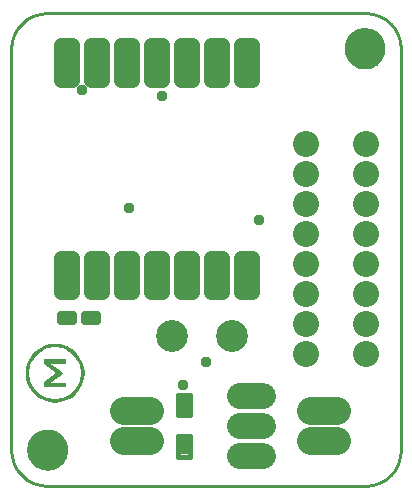
<source format=gts>
G04 EAGLE Gerber RS-274X export*
G75*
%MOMM*%
%FSLAX34Y34*%
%LPD*%
%INSolder Mask top*%
%IPPOS*%
%AMOC8*
5,1,8,0,0,1.08239X$1,22.5*%
G01*
%ADD10C,0.000000*%
%ADD11C,3.403200*%
%ADD12C,0.001000*%
%ADD13C,2.403200*%
%ADD14C,2.203200*%
%ADD15C,0.697853*%
%ADD16C,0.456691*%
%ADD17C,2.703200*%
%ADD18C,1.211759*%
%ADD19C,2.203200*%
%ADD20C,0.959600*%
%ADD21C,0.254000*%

G36*
X42030Y70752D02*
X42030Y70752D01*
X42030Y70753D01*
X42031Y70752D01*
X46713Y72203D01*
X46714Y72203D01*
X50952Y74498D01*
X54647Y77538D01*
X57699Y81222D01*
X57699Y81223D01*
X60008Y85452D01*
X60008Y85453D01*
X60009Y85453D01*
X61475Y90127D01*
X61475Y90128D01*
X61476Y90128D01*
X62000Y95348D01*
X62001Y95349D01*
X62000Y95349D01*
X62001Y95350D01*
X61476Y100371D01*
X61476Y100372D01*
X60010Y105047D01*
X60009Y105047D01*
X60009Y105048D01*
X57701Y109277D01*
X57700Y109278D01*
X54649Y112962D01*
X54648Y112962D01*
X54648Y112963D01*
X50953Y116002D01*
X50953Y116003D01*
X46714Y118297D01*
X42031Y119747D01*
X37004Y120253D01*
X37003Y120252D01*
X37003Y120253D01*
X31976Y119747D01*
X27293Y118297D01*
X27292Y118297D01*
X23053Y116003D01*
X23053Y116002D01*
X19357Y112963D01*
X19357Y112962D01*
X16305Y109278D01*
X16305Y109277D01*
X16304Y109277D01*
X13995Y105048D01*
X13995Y105047D01*
X12528Y100372D01*
X12528Y100371D01*
X12003Y95350D01*
X12004Y95349D01*
X12003Y95349D01*
X12528Y90128D01*
X12529Y90128D01*
X12529Y90127D01*
X13996Y85453D01*
X13996Y85452D01*
X16305Y81223D01*
X16306Y81223D01*
X16306Y81222D01*
X19358Y77538D01*
X19359Y77538D01*
X23054Y74498D01*
X23055Y74498D01*
X27293Y72203D01*
X27294Y72203D01*
X31976Y70752D01*
X31977Y70753D01*
X31977Y70752D01*
X37003Y70246D01*
X37004Y70246D01*
X42030Y70752D01*
G37*
%LPC*%
G36*
X34765Y73485D02*
X34765Y73485D01*
X32593Y73816D01*
X30496Y74355D01*
X28487Y75090D01*
X26575Y76011D01*
X24772Y77107D01*
X23087Y78366D01*
X21531Y79779D01*
X20126Y81326D01*
X18873Y83000D01*
X17782Y84792D01*
X16864Y86691D01*
X16129Y88686D01*
X15588Y90768D01*
X15251Y92926D01*
X15130Y95349D01*
X15129Y95350D01*
X15251Y97572D01*
X15587Y99730D01*
X16128Y101812D01*
X16863Y103808D01*
X17781Y105707D01*
X18873Y107499D01*
X20126Y109174D01*
X21531Y110720D01*
X23087Y112131D01*
X24772Y113390D01*
X26575Y114486D01*
X28487Y115407D01*
X30496Y116143D01*
X32593Y116682D01*
X34765Y117013D01*
X37004Y117126D01*
X39241Y117013D01*
X41413Y116682D01*
X43509Y116143D01*
X45518Y115407D01*
X47429Y114486D01*
X49232Y113390D01*
X50915Y112131D01*
X52469Y110720D01*
X53874Y109174D01*
X55128Y107499D01*
X56219Y105707D01*
X57138Y103808D01*
X57873Y101812D01*
X58415Y99730D01*
X58752Y97572D01*
X58874Y95350D01*
X58874Y95349D01*
X58751Y92926D01*
X58414Y90768D01*
X57872Y88686D01*
X57137Y86691D01*
X56218Y84792D01*
X55127Y83000D01*
X53874Y81326D01*
X52469Y79779D01*
X50915Y78366D01*
X49232Y77107D01*
X47429Y76011D01*
X45518Y75090D01*
X43509Y74355D01*
X41413Y73816D01*
X39241Y73485D01*
X37004Y73372D01*
X34765Y73485D01*
G37*
%LPD*%
G36*
X45858Y83558D02*
X45858Y83558D01*
X45904Y83560D01*
X45949Y83567D01*
X45992Y83577D01*
X45992Y83578D01*
X46033Y83593D01*
X46034Y83593D01*
X46073Y83612D01*
X46074Y83612D01*
X46111Y83635D01*
X46111Y83636D01*
X46147Y83662D01*
X46147Y83663D01*
X46147Y83662D01*
X46181Y83693D01*
X46210Y83726D01*
X46211Y83726D01*
X46237Y83762D01*
X46259Y83800D01*
X46278Y83840D01*
X46293Y83882D01*
X46304Y83925D01*
X46311Y83969D01*
X46310Y83969D01*
X46311Y83969D01*
X46313Y84013D01*
X46313Y86728D01*
X46311Y86774D01*
X46310Y86774D01*
X46311Y86774D01*
X46304Y86819D01*
X46293Y86862D01*
X46278Y86903D01*
X46278Y86904D01*
X46259Y86943D01*
X46237Y86980D01*
X46211Y87015D01*
X46210Y87015D01*
X46181Y87048D01*
X46147Y87081D01*
X46112Y87110D01*
X46111Y87110D01*
X46074Y87134D01*
X46073Y87134D01*
X46034Y87154D01*
X46033Y87154D01*
X45992Y87170D01*
X45949Y87181D01*
X45904Y87188D01*
X45858Y87191D01*
X45858Y87190D01*
X45857Y87191D01*
X33000Y87191D01*
X34307Y88143D01*
X43531Y94869D01*
X43575Y94902D01*
X43575Y94903D01*
X43576Y94903D01*
X43614Y94941D01*
X43614Y94942D01*
X43615Y94942D01*
X43648Y94984D01*
X43675Y95030D01*
X43675Y95031D01*
X43697Y95079D01*
X43713Y95130D01*
X43722Y95181D01*
X43722Y95182D01*
X43726Y95234D01*
X43722Y95289D01*
X43713Y95343D01*
X43713Y95344D01*
X43698Y95395D01*
X43697Y95395D01*
X43697Y95396D01*
X43676Y95445D01*
X43650Y95492D01*
X43649Y95492D01*
X43617Y95535D01*
X43580Y95574D01*
X43538Y95609D01*
X39604Y98502D01*
X38293Y99466D01*
X33058Y103315D01*
X45857Y103315D01*
X45858Y103315D01*
X45904Y103317D01*
X45904Y103318D01*
X45904Y103317D01*
X45949Y103324D01*
X45992Y103334D01*
X45992Y103335D01*
X45992Y103334D01*
X46033Y103350D01*
X46034Y103350D01*
X46073Y103369D01*
X46074Y103369D01*
X46111Y103393D01*
X46112Y103393D01*
X46147Y103421D01*
X46147Y103422D01*
X46181Y103454D01*
X46210Y103487D01*
X46211Y103487D01*
X46237Y103523D01*
X46259Y103561D01*
X46278Y103601D01*
X46293Y103643D01*
X46304Y103686D01*
X46311Y103730D01*
X46310Y103730D01*
X46311Y103730D01*
X46313Y103774D01*
X46313Y106482D01*
X46311Y106529D01*
X46310Y106529D01*
X46311Y106529D01*
X46304Y106574D01*
X46304Y106575D01*
X46293Y106618D01*
X46293Y106619D01*
X46278Y106661D01*
X46278Y106662D01*
X46259Y106702D01*
X46237Y106740D01*
X46237Y106741D01*
X46211Y106776D01*
X46210Y106776D01*
X46181Y106809D01*
X46147Y106838D01*
X46147Y106839D01*
X46111Y106865D01*
X46074Y106887D01*
X46073Y106887D01*
X46034Y106906D01*
X46033Y106906D01*
X45992Y106921D01*
X45949Y106932D01*
X45904Y106939D01*
X45858Y106941D01*
X45857Y106941D01*
X28494Y106941D01*
X28337Y106926D01*
X28336Y106926D01*
X28188Y106882D01*
X28187Y106882D01*
X28052Y106812D01*
X28051Y106812D01*
X27932Y106718D01*
X27932Y106717D01*
X27931Y106717D01*
X27832Y106603D01*
X27832Y106602D01*
X27756Y106468D01*
X27756Y106467D01*
X27708Y106317D01*
X27708Y106316D01*
X27691Y106152D01*
X27691Y106151D01*
X27691Y103106D01*
X27694Y103052D01*
X27694Y103051D01*
X27703Y103000D01*
X27704Y102999D01*
X27719Y102949D01*
X27739Y102901D01*
X27740Y102900D01*
X27766Y102854D01*
X27796Y102811D01*
X27797Y102811D01*
X27832Y102771D01*
X27871Y102734D01*
X27872Y102734D01*
X38065Y95234D01*
X27872Y87772D01*
X27872Y87771D01*
X27871Y87771D01*
X27832Y87736D01*
X27832Y87735D01*
X27797Y87696D01*
X27796Y87696D01*
X27766Y87653D01*
X27740Y87607D01*
X27739Y87607D01*
X27719Y87559D01*
X27719Y87558D01*
X27704Y87508D01*
X27703Y87508D01*
X27694Y87456D01*
X27691Y87403D01*
X27691Y84351D01*
X27708Y84186D01*
X27708Y84185D01*
X27756Y84034D01*
X27832Y83899D01*
X27931Y83783D01*
X27932Y83783D01*
X27932Y83782D01*
X28051Y83688D01*
X28052Y83688D01*
X28187Y83617D01*
X28188Y83617D01*
X28336Y83573D01*
X28337Y83573D01*
X28494Y83558D01*
X45857Y83558D01*
X45858Y83558D01*
G37*
D10*
X283050Y370160D02*
X283055Y370553D01*
X283069Y370945D01*
X283093Y371337D01*
X283127Y371728D01*
X283170Y372119D01*
X283223Y372508D01*
X283286Y372895D01*
X283357Y373281D01*
X283439Y373666D01*
X283529Y374048D01*
X283630Y374427D01*
X283739Y374805D01*
X283858Y375179D01*
X283985Y375550D01*
X284122Y375918D01*
X284268Y376283D01*
X284423Y376644D01*
X284586Y377001D01*
X284758Y377354D01*
X284939Y377702D01*
X285129Y378046D01*
X285326Y378386D01*
X285532Y378720D01*
X285746Y379049D01*
X285969Y379373D01*
X286199Y379691D01*
X286436Y380004D01*
X286682Y380310D01*
X286935Y380611D01*
X287195Y380905D01*
X287462Y381193D01*
X287736Y381474D01*
X288017Y381748D01*
X288305Y382015D01*
X288599Y382275D01*
X288900Y382528D01*
X289206Y382774D01*
X289519Y383011D01*
X289837Y383241D01*
X290161Y383464D01*
X290490Y383678D01*
X290824Y383884D01*
X291164Y384081D01*
X291508Y384271D01*
X291856Y384452D01*
X292209Y384624D01*
X292566Y384787D01*
X292927Y384942D01*
X293292Y385088D01*
X293660Y385225D01*
X294031Y385352D01*
X294405Y385471D01*
X294783Y385580D01*
X295162Y385681D01*
X295544Y385771D01*
X295929Y385853D01*
X296315Y385924D01*
X296702Y385987D01*
X297091Y386040D01*
X297482Y386083D01*
X297873Y386117D01*
X298265Y386141D01*
X298657Y386155D01*
X299050Y386160D01*
X299443Y386155D01*
X299835Y386141D01*
X300227Y386117D01*
X300618Y386083D01*
X301009Y386040D01*
X301398Y385987D01*
X301785Y385924D01*
X302171Y385853D01*
X302556Y385771D01*
X302938Y385681D01*
X303317Y385580D01*
X303695Y385471D01*
X304069Y385352D01*
X304440Y385225D01*
X304808Y385088D01*
X305173Y384942D01*
X305534Y384787D01*
X305891Y384624D01*
X306244Y384452D01*
X306592Y384271D01*
X306936Y384081D01*
X307276Y383884D01*
X307610Y383678D01*
X307939Y383464D01*
X308263Y383241D01*
X308581Y383011D01*
X308894Y382774D01*
X309200Y382528D01*
X309501Y382275D01*
X309795Y382015D01*
X310083Y381748D01*
X310364Y381474D01*
X310638Y381193D01*
X310905Y380905D01*
X311165Y380611D01*
X311418Y380310D01*
X311664Y380004D01*
X311901Y379691D01*
X312131Y379373D01*
X312354Y379049D01*
X312568Y378720D01*
X312774Y378386D01*
X312971Y378046D01*
X313161Y377702D01*
X313342Y377354D01*
X313514Y377001D01*
X313677Y376644D01*
X313832Y376283D01*
X313978Y375918D01*
X314115Y375550D01*
X314242Y375179D01*
X314361Y374805D01*
X314470Y374427D01*
X314571Y374048D01*
X314661Y373666D01*
X314743Y373281D01*
X314814Y372895D01*
X314877Y372508D01*
X314930Y372119D01*
X314973Y371728D01*
X315007Y371337D01*
X315031Y370945D01*
X315045Y370553D01*
X315050Y370160D01*
X315045Y369767D01*
X315031Y369375D01*
X315007Y368983D01*
X314973Y368592D01*
X314930Y368201D01*
X314877Y367812D01*
X314814Y367425D01*
X314743Y367039D01*
X314661Y366654D01*
X314571Y366272D01*
X314470Y365893D01*
X314361Y365515D01*
X314242Y365141D01*
X314115Y364770D01*
X313978Y364402D01*
X313832Y364037D01*
X313677Y363676D01*
X313514Y363319D01*
X313342Y362966D01*
X313161Y362618D01*
X312971Y362274D01*
X312774Y361934D01*
X312568Y361600D01*
X312354Y361271D01*
X312131Y360947D01*
X311901Y360629D01*
X311664Y360316D01*
X311418Y360010D01*
X311165Y359709D01*
X310905Y359415D01*
X310638Y359127D01*
X310364Y358846D01*
X310083Y358572D01*
X309795Y358305D01*
X309501Y358045D01*
X309200Y357792D01*
X308894Y357546D01*
X308581Y357309D01*
X308263Y357079D01*
X307939Y356856D01*
X307610Y356642D01*
X307276Y356436D01*
X306936Y356239D01*
X306592Y356049D01*
X306244Y355868D01*
X305891Y355696D01*
X305534Y355533D01*
X305173Y355378D01*
X304808Y355232D01*
X304440Y355095D01*
X304069Y354968D01*
X303695Y354849D01*
X303317Y354740D01*
X302938Y354639D01*
X302556Y354549D01*
X302171Y354467D01*
X301785Y354396D01*
X301398Y354333D01*
X301009Y354280D01*
X300618Y354237D01*
X300227Y354203D01*
X299835Y354179D01*
X299443Y354165D01*
X299050Y354160D01*
X298657Y354165D01*
X298265Y354179D01*
X297873Y354203D01*
X297482Y354237D01*
X297091Y354280D01*
X296702Y354333D01*
X296315Y354396D01*
X295929Y354467D01*
X295544Y354549D01*
X295162Y354639D01*
X294783Y354740D01*
X294405Y354849D01*
X294031Y354968D01*
X293660Y355095D01*
X293292Y355232D01*
X292927Y355378D01*
X292566Y355533D01*
X292209Y355696D01*
X291856Y355868D01*
X291508Y356049D01*
X291164Y356239D01*
X290824Y356436D01*
X290490Y356642D01*
X290161Y356856D01*
X289837Y357079D01*
X289519Y357309D01*
X289206Y357546D01*
X288900Y357792D01*
X288599Y358045D01*
X288305Y358305D01*
X288017Y358572D01*
X287736Y358846D01*
X287462Y359127D01*
X287195Y359415D01*
X286935Y359709D01*
X286682Y360010D01*
X286436Y360316D01*
X286199Y360629D01*
X285969Y360947D01*
X285746Y361271D01*
X285532Y361600D01*
X285326Y361934D01*
X285129Y362274D01*
X284939Y362618D01*
X284758Y362966D01*
X284586Y363319D01*
X284423Y363676D01*
X284268Y364037D01*
X284122Y364402D01*
X283985Y364770D01*
X283858Y365141D01*
X283739Y365515D01*
X283630Y365893D01*
X283529Y366272D01*
X283439Y366654D01*
X283357Y367039D01*
X283286Y367425D01*
X283223Y367812D01*
X283170Y368201D01*
X283127Y368592D01*
X283093Y368983D01*
X283069Y369375D01*
X283055Y369767D01*
X283050Y370160D01*
D11*
X299050Y370160D03*
D10*
X14480Y30480D02*
X14485Y30873D01*
X14499Y31265D01*
X14523Y31657D01*
X14557Y32048D01*
X14600Y32439D01*
X14653Y32828D01*
X14716Y33215D01*
X14787Y33601D01*
X14869Y33986D01*
X14959Y34368D01*
X15060Y34747D01*
X15169Y35125D01*
X15288Y35499D01*
X15415Y35870D01*
X15552Y36238D01*
X15698Y36603D01*
X15853Y36964D01*
X16016Y37321D01*
X16188Y37674D01*
X16369Y38022D01*
X16559Y38366D01*
X16756Y38706D01*
X16962Y39040D01*
X17176Y39369D01*
X17399Y39693D01*
X17629Y40011D01*
X17866Y40324D01*
X18112Y40630D01*
X18365Y40931D01*
X18625Y41225D01*
X18892Y41513D01*
X19166Y41794D01*
X19447Y42068D01*
X19735Y42335D01*
X20029Y42595D01*
X20330Y42848D01*
X20636Y43094D01*
X20949Y43331D01*
X21267Y43561D01*
X21591Y43784D01*
X21920Y43998D01*
X22254Y44204D01*
X22594Y44401D01*
X22938Y44591D01*
X23286Y44772D01*
X23639Y44944D01*
X23996Y45107D01*
X24357Y45262D01*
X24722Y45408D01*
X25090Y45545D01*
X25461Y45672D01*
X25835Y45791D01*
X26213Y45900D01*
X26592Y46001D01*
X26974Y46091D01*
X27359Y46173D01*
X27745Y46244D01*
X28132Y46307D01*
X28521Y46360D01*
X28912Y46403D01*
X29303Y46437D01*
X29695Y46461D01*
X30087Y46475D01*
X30480Y46480D01*
X30873Y46475D01*
X31265Y46461D01*
X31657Y46437D01*
X32048Y46403D01*
X32439Y46360D01*
X32828Y46307D01*
X33215Y46244D01*
X33601Y46173D01*
X33986Y46091D01*
X34368Y46001D01*
X34747Y45900D01*
X35125Y45791D01*
X35499Y45672D01*
X35870Y45545D01*
X36238Y45408D01*
X36603Y45262D01*
X36964Y45107D01*
X37321Y44944D01*
X37674Y44772D01*
X38022Y44591D01*
X38366Y44401D01*
X38706Y44204D01*
X39040Y43998D01*
X39369Y43784D01*
X39693Y43561D01*
X40011Y43331D01*
X40324Y43094D01*
X40630Y42848D01*
X40931Y42595D01*
X41225Y42335D01*
X41513Y42068D01*
X41794Y41794D01*
X42068Y41513D01*
X42335Y41225D01*
X42595Y40931D01*
X42848Y40630D01*
X43094Y40324D01*
X43331Y40011D01*
X43561Y39693D01*
X43784Y39369D01*
X43998Y39040D01*
X44204Y38706D01*
X44401Y38366D01*
X44591Y38022D01*
X44772Y37674D01*
X44944Y37321D01*
X45107Y36964D01*
X45262Y36603D01*
X45408Y36238D01*
X45545Y35870D01*
X45672Y35499D01*
X45791Y35125D01*
X45900Y34747D01*
X46001Y34368D01*
X46091Y33986D01*
X46173Y33601D01*
X46244Y33215D01*
X46307Y32828D01*
X46360Y32439D01*
X46403Y32048D01*
X46437Y31657D01*
X46461Y31265D01*
X46475Y30873D01*
X46480Y30480D01*
X46475Y30087D01*
X46461Y29695D01*
X46437Y29303D01*
X46403Y28912D01*
X46360Y28521D01*
X46307Y28132D01*
X46244Y27745D01*
X46173Y27359D01*
X46091Y26974D01*
X46001Y26592D01*
X45900Y26213D01*
X45791Y25835D01*
X45672Y25461D01*
X45545Y25090D01*
X45408Y24722D01*
X45262Y24357D01*
X45107Y23996D01*
X44944Y23639D01*
X44772Y23286D01*
X44591Y22938D01*
X44401Y22594D01*
X44204Y22254D01*
X43998Y21920D01*
X43784Y21591D01*
X43561Y21267D01*
X43331Y20949D01*
X43094Y20636D01*
X42848Y20330D01*
X42595Y20029D01*
X42335Y19735D01*
X42068Y19447D01*
X41794Y19166D01*
X41513Y18892D01*
X41225Y18625D01*
X40931Y18365D01*
X40630Y18112D01*
X40324Y17866D01*
X40011Y17629D01*
X39693Y17399D01*
X39369Y17176D01*
X39040Y16962D01*
X38706Y16756D01*
X38366Y16559D01*
X38022Y16369D01*
X37674Y16188D01*
X37321Y16016D01*
X36964Y15853D01*
X36603Y15698D01*
X36238Y15552D01*
X35870Y15415D01*
X35499Y15288D01*
X35125Y15169D01*
X34747Y15060D01*
X34368Y14959D01*
X33986Y14869D01*
X33601Y14787D01*
X33215Y14716D01*
X32828Y14653D01*
X32439Y14600D01*
X32048Y14557D01*
X31657Y14523D01*
X31265Y14499D01*
X30873Y14485D01*
X30480Y14480D01*
X30087Y14485D01*
X29695Y14499D01*
X29303Y14523D01*
X28912Y14557D01*
X28521Y14600D01*
X28132Y14653D01*
X27745Y14716D01*
X27359Y14787D01*
X26974Y14869D01*
X26592Y14959D01*
X26213Y15060D01*
X25835Y15169D01*
X25461Y15288D01*
X25090Y15415D01*
X24722Y15552D01*
X24357Y15698D01*
X23996Y15853D01*
X23639Y16016D01*
X23286Y16188D01*
X22938Y16369D01*
X22594Y16559D01*
X22254Y16756D01*
X21920Y16962D01*
X21591Y17176D01*
X21267Y17399D01*
X20949Y17629D01*
X20636Y17866D01*
X20330Y18112D01*
X20029Y18365D01*
X19735Y18625D01*
X19447Y18892D01*
X19166Y19166D01*
X18892Y19447D01*
X18625Y19735D01*
X18365Y20029D01*
X18112Y20330D01*
X17866Y20636D01*
X17629Y20949D01*
X17399Y21267D01*
X17176Y21591D01*
X16962Y21920D01*
X16756Y22254D01*
X16559Y22594D01*
X16369Y22938D01*
X16188Y23286D01*
X16016Y23639D01*
X15853Y23996D01*
X15698Y24357D01*
X15552Y24722D01*
X15415Y25090D01*
X15288Y25461D01*
X15169Y25835D01*
X15060Y26213D01*
X14959Y26592D01*
X14869Y26974D01*
X14787Y27359D01*
X14716Y27745D01*
X14653Y28132D01*
X14600Y28521D01*
X14557Y28912D01*
X14523Y29303D01*
X14499Y29695D01*
X14485Y30087D01*
X14480Y30480D01*
D11*
X30480Y30480D03*
D12*
X30000Y0D02*
X300000Y0D01*
X30000Y0D02*
X23954Y610D01*
X18323Y2358D01*
X13227Y5124D01*
X8787Y8787D01*
X5124Y13227D01*
X2358Y18323D01*
X610Y23954D01*
X0Y30000D01*
X0Y370000D01*
X610Y376046D01*
X2358Y381677D01*
X5124Y386773D01*
X8787Y391213D01*
X13227Y394877D01*
X18323Y397643D01*
X23954Y399391D01*
X30000Y400000D01*
X300000Y400000D01*
X306046Y399391D01*
X311677Y397643D01*
X316773Y394877D01*
X321213Y391213D01*
X324877Y386773D01*
X327643Y381677D01*
X329391Y376046D01*
X330000Y370000D01*
X330000Y30000D01*
X329391Y23954D01*
X327643Y18323D01*
X324877Y13227D01*
X321213Y8787D01*
X316773Y5124D01*
X311677Y2358D01*
X306046Y610D01*
X300000Y0D01*
D13*
X117250Y38100D02*
X95250Y38100D01*
X95250Y63500D02*
X117250Y63500D01*
X254000Y38100D02*
X276000Y38100D01*
X276000Y63500D02*
X254000Y63500D01*
D14*
X213200Y76200D02*
X193200Y76200D01*
X193200Y50800D02*
X213200Y50800D01*
X213200Y25400D02*
X193200Y25400D01*
D15*
X52177Y139713D02*
X42123Y139713D01*
X42123Y144767D01*
X52177Y144767D01*
X52177Y139713D01*
X62123Y139713D02*
X72177Y139713D01*
X62123Y139713D02*
X62123Y144767D01*
X72177Y144767D01*
X72177Y139713D01*
D16*
X151133Y42033D02*
X151133Y24567D01*
X140967Y24567D01*
X140967Y42033D01*
X151133Y42033D01*
X151133Y28906D02*
X140967Y28906D01*
X140967Y33245D02*
X151133Y33245D01*
X151133Y37584D02*
X140967Y37584D01*
X140967Y41923D02*
X151133Y41923D01*
X151133Y59567D02*
X151133Y77033D01*
X151133Y59567D02*
X140967Y59567D01*
X140967Y77033D01*
X151133Y77033D01*
X151133Y63906D02*
X140967Y63906D01*
X140967Y68245D02*
X151133Y68245D01*
X151133Y72584D02*
X140967Y72584D01*
X140967Y76923D02*
X151133Y76923D01*
D17*
X135700Y127000D03*
X186500Y127000D03*
D18*
X204757Y162843D02*
X204757Y192757D01*
X204757Y162843D02*
X194843Y162843D01*
X194843Y192757D01*
X204757Y192757D01*
X204757Y174355D02*
X194843Y174355D01*
X194843Y185867D02*
X204757Y185867D01*
X179357Y192757D02*
X179357Y162843D01*
X169443Y162843D01*
X169443Y192757D01*
X179357Y192757D01*
X179357Y174355D02*
X169443Y174355D01*
X169443Y185867D02*
X179357Y185867D01*
X153957Y192757D02*
X153957Y162843D01*
X144043Y162843D01*
X144043Y192757D01*
X153957Y192757D01*
X153957Y174355D02*
X144043Y174355D01*
X144043Y185867D02*
X153957Y185867D01*
X128557Y192757D02*
X128557Y162843D01*
X118643Y162843D01*
X118643Y192757D01*
X128557Y192757D01*
X128557Y174355D02*
X118643Y174355D01*
X118643Y185867D02*
X128557Y185867D01*
X103157Y192757D02*
X103157Y162843D01*
X93243Y162843D01*
X93243Y192757D01*
X103157Y192757D01*
X103157Y174355D02*
X93243Y174355D01*
X93243Y185867D02*
X103157Y185867D01*
X77757Y192757D02*
X77757Y162843D01*
X67843Y162843D01*
X67843Y192757D01*
X77757Y192757D01*
X77757Y174355D02*
X67843Y174355D01*
X67843Y185867D02*
X77757Y185867D01*
X52357Y192757D02*
X52357Y162843D01*
X42443Y162843D01*
X42443Y192757D01*
X52357Y192757D01*
X52357Y174355D02*
X42443Y174355D01*
X42443Y185867D02*
X52357Y185867D01*
X204757Y342843D02*
X204757Y372757D01*
X204757Y342843D02*
X194843Y342843D01*
X194843Y372757D01*
X204757Y372757D01*
X204757Y354355D02*
X194843Y354355D01*
X194843Y365867D02*
X204757Y365867D01*
X179357Y372757D02*
X179357Y342843D01*
X169443Y342843D01*
X169443Y372757D01*
X179357Y372757D01*
X179357Y354355D02*
X169443Y354355D01*
X169443Y365867D02*
X179357Y365867D01*
X153957Y372757D02*
X153957Y342843D01*
X144043Y342843D01*
X144043Y372757D01*
X153957Y372757D01*
X153957Y354355D02*
X144043Y354355D01*
X144043Y365867D02*
X153957Y365867D01*
X128557Y372757D02*
X128557Y342843D01*
X118643Y342843D01*
X118643Y372757D01*
X128557Y372757D01*
X128557Y354355D02*
X118643Y354355D01*
X118643Y365867D02*
X128557Y365867D01*
X103157Y372757D02*
X103157Y342843D01*
X93243Y342843D01*
X93243Y372757D01*
X103157Y372757D01*
X103157Y354355D02*
X93243Y354355D01*
X93243Y365867D02*
X103157Y365867D01*
X77757Y372757D02*
X77757Y342843D01*
X67843Y342843D01*
X67843Y372757D01*
X77757Y372757D01*
X77757Y354355D02*
X67843Y354355D01*
X67843Y365867D02*
X77757Y365867D01*
X52357Y372757D02*
X52357Y342843D01*
X42443Y342843D01*
X42443Y372757D01*
X52357Y372757D01*
X52357Y354355D02*
X42443Y354355D01*
X42443Y365867D02*
X52357Y365867D01*
D19*
X300400Y288900D03*
X249600Y288900D03*
X300400Y263500D03*
X249600Y263500D03*
X300400Y238100D03*
X249600Y238100D03*
X300400Y212700D03*
X249600Y212700D03*
X300400Y187300D03*
X249600Y187300D03*
X300400Y161900D03*
X249600Y161900D03*
X300400Y136500D03*
X249600Y136500D03*
X300400Y111100D03*
X249600Y111100D03*
D20*
X165000Y105000D03*
X145000Y85000D03*
X60000Y335000D03*
X127154Y329634D03*
X210000Y225000D03*
X100000Y235000D03*
D21*
X0Y30000D02*
X610Y23954D01*
X2358Y18323D01*
X5124Y13227D01*
X8787Y8787D01*
X13227Y5124D01*
X18323Y2358D01*
X23954Y610D01*
X30000Y0D01*
X300000Y0D01*
X306046Y610D01*
X311677Y2358D01*
X316773Y5124D01*
X321213Y8787D01*
X324877Y13227D01*
X327643Y18323D01*
X329391Y23954D01*
X330000Y30000D01*
X330000Y370000D01*
X329391Y376046D01*
X327643Y381677D01*
X324877Y386773D01*
X321213Y391213D01*
X316773Y394877D01*
X311677Y397643D01*
X306046Y399391D01*
X300000Y400000D01*
X30000Y400000D01*
X23954Y399391D01*
X18323Y397643D01*
X13227Y394877D01*
X8787Y391213D01*
X5124Y386773D01*
X2358Y381677D01*
X610Y376046D01*
X0Y370000D01*
X0Y30000D01*
X315050Y369636D02*
X314982Y368591D01*
X314845Y367552D01*
X314640Y366525D01*
X314369Y365513D01*
X314033Y364521D01*
X313632Y363553D01*
X313168Y362614D01*
X312645Y361706D01*
X312063Y360835D01*
X311425Y360004D01*
X310734Y359217D01*
X309993Y358476D01*
X309206Y357785D01*
X308375Y357148D01*
X307504Y356566D01*
X306596Y356042D01*
X305657Y355578D01*
X304689Y355177D01*
X303697Y354841D01*
X302685Y354570D01*
X301658Y354365D01*
X300619Y354229D01*
X299574Y354160D01*
X298526Y354160D01*
X297481Y354229D01*
X296442Y354365D01*
X295415Y354570D01*
X294403Y354841D01*
X293411Y355177D01*
X292443Y355578D01*
X291504Y356042D01*
X290596Y356566D01*
X289725Y357148D01*
X288894Y357785D01*
X288107Y358476D01*
X287366Y359217D01*
X286675Y360004D01*
X286038Y360835D01*
X285456Y361706D01*
X284932Y362614D01*
X284468Y363553D01*
X284067Y364521D01*
X283731Y365513D01*
X283460Y366525D01*
X283255Y367552D01*
X283119Y368591D01*
X283050Y369636D01*
X283050Y370684D01*
X283119Y371729D01*
X283255Y372768D01*
X283460Y373795D01*
X283731Y374807D01*
X284067Y375799D01*
X284468Y376767D01*
X284932Y377706D01*
X285456Y378614D01*
X286038Y379485D01*
X286675Y380316D01*
X287366Y381103D01*
X288107Y381844D01*
X288894Y382535D01*
X289725Y383173D01*
X290596Y383755D01*
X291504Y384278D01*
X292443Y384742D01*
X293411Y385143D01*
X294403Y385479D01*
X295415Y385750D01*
X296442Y385955D01*
X297481Y386092D01*
X298526Y386160D01*
X299574Y386160D01*
X300619Y386092D01*
X301658Y385955D01*
X302685Y385750D01*
X303697Y385479D01*
X304689Y385143D01*
X305657Y384742D01*
X306596Y384278D01*
X307504Y383755D01*
X308375Y383173D01*
X309206Y382535D01*
X309993Y381844D01*
X310734Y381103D01*
X311425Y380316D01*
X312063Y379485D01*
X312645Y378614D01*
X313168Y377706D01*
X313632Y376767D01*
X314033Y375799D01*
X314369Y374807D01*
X314640Y373795D01*
X314845Y372768D01*
X314982Y371729D01*
X315050Y370684D01*
X315050Y369636D01*
X46480Y29956D02*
X46412Y28911D01*
X46275Y27872D01*
X46070Y26845D01*
X45799Y25833D01*
X45463Y24841D01*
X45062Y23873D01*
X44598Y22934D01*
X44075Y22026D01*
X43493Y21155D01*
X42855Y20324D01*
X42164Y19537D01*
X41423Y18796D01*
X40636Y18105D01*
X39805Y17468D01*
X38934Y16886D01*
X38026Y16362D01*
X37087Y15898D01*
X36119Y15497D01*
X35127Y15161D01*
X34115Y14890D01*
X33088Y14685D01*
X32049Y14549D01*
X31004Y14480D01*
X29956Y14480D01*
X28911Y14549D01*
X27872Y14685D01*
X26845Y14890D01*
X25833Y15161D01*
X24841Y15497D01*
X23873Y15898D01*
X22934Y16362D01*
X22026Y16886D01*
X21155Y17468D01*
X20324Y18105D01*
X19537Y18796D01*
X18796Y19537D01*
X18105Y20324D01*
X17468Y21155D01*
X16886Y22026D01*
X16362Y22934D01*
X15898Y23873D01*
X15497Y24841D01*
X15161Y25833D01*
X14890Y26845D01*
X14685Y27872D01*
X14549Y28911D01*
X14480Y29956D01*
X14480Y31004D01*
X14549Y32049D01*
X14685Y33088D01*
X14890Y34115D01*
X15161Y35127D01*
X15497Y36119D01*
X15898Y37087D01*
X16362Y38026D01*
X16886Y38934D01*
X17468Y39805D01*
X18105Y40636D01*
X18796Y41423D01*
X19537Y42164D01*
X20324Y42855D01*
X21155Y43493D01*
X22026Y44075D01*
X22934Y44598D01*
X23873Y45062D01*
X24841Y45463D01*
X25833Y45799D01*
X26845Y46070D01*
X27872Y46275D01*
X28911Y46412D01*
X29956Y46480D01*
X31004Y46480D01*
X32049Y46412D01*
X33088Y46275D01*
X34115Y46070D01*
X35127Y45799D01*
X36119Y45463D01*
X37087Y45062D01*
X38026Y44598D01*
X38934Y44075D01*
X39805Y43493D01*
X40636Y42855D01*
X41423Y42164D01*
X42164Y41423D01*
X42855Y40636D01*
X43493Y39805D01*
X44075Y38934D01*
X44598Y38026D01*
X45062Y37087D01*
X45463Y36119D01*
X45799Y35127D01*
X46070Y34115D01*
X46275Y33088D01*
X46412Y32049D01*
X46480Y31004D01*
X46480Y29956D01*
M02*

</source>
